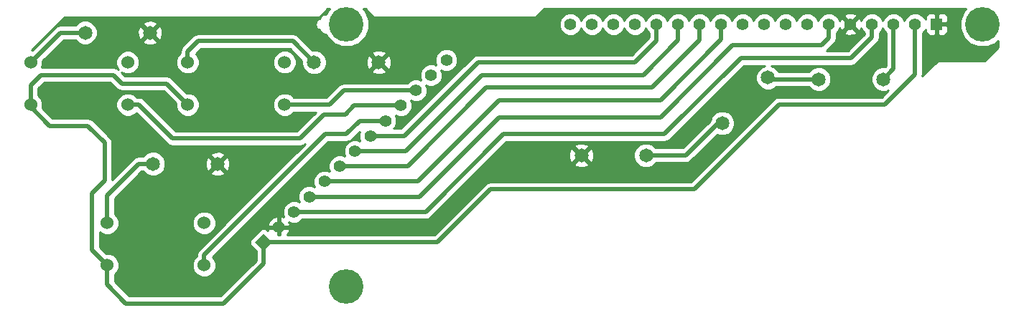
<source format=gtl>
G04 (created by PCBNEW (2013-07-07 BZR 4022)-stable) date 22/01/2014 11:53:34*
%MOIN*%
G04 Gerber Fmt 3.4, Leading zero omitted, Abs format*
%FSLAX34Y34*%
G01*
G70*
G90*
G04 APERTURE LIST*
%ADD10C,0.00590551*%
%ADD11R,0.055X0.055*%
%ADD12C,0.055*%
%ADD13C,0.06*%
%ADD14C,0.065*%
%ADD15C,0.16*%
%ADD16C,0.019685*%
%ADD17C,0.01*%
G04 APERTURE END LIST*
G54D10*
G54D11*
X102791Y-47047D03*
G54D12*
X101791Y-47047D03*
X100791Y-47047D03*
X99791Y-47047D03*
X98791Y-47047D03*
X97791Y-47047D03*
X96791Y-47047D03*
X95791Y-47047D03*
X94791Y-47047D03*
X93791Y-47047D03*
X92791Y-47047D03*
X91791Y-47047D03*
X90791Y-47047D03*
X89791Y-47047D03*
X88791Y-47047D03*
X87791Y-47047D03*
X86791Y-47047D03*
X85791Y-47047D03*
G54D10*
G36*
X71544Y-57584D02*
X71155Y-57195D01*
X71544Y-56806D01*
X71933Y-57195D01*
X71544Y-57584D01*
X71544Y-57584D01*
G37*
G54D12*
X72251Y-56488D03*
X72958Y-55781D03*
X73666Y-55074D03*
X74373Y-54366D03*
X75080Y-53659D03*
X75787Y-52952D03*
X76494Y-52245D03*
X77201Y-51538D03*
X77908Y-50831D03*
X78615Y-50124D03*
X79322Y-49417D03*
X80030Y-48710D03*
G54D13*
X68025Y-48818D03*
X72525Y-48818D03*
X68025Y-50787D03*
X72525Y-50787D03*
X60742Y-48818D03*
X65242Y-48818D03*
X60742Y-50787D03*
X65242Y-50787D03*
X64285Y-58267D03*
X68785Y-58267D03*
X64285Y-56299D03*
X68785Y-56299D03*
G54D14*
X89295Y-53149D03*
X86295Y-53149D03*
X94958Y-49529D03*
X92836Y-51651D03*
X100318Y-49606D03*
X97318Y-49606D03*
X76893Y-48818D03*
X73893Y-48818D03*
X66263Y-47440D03*
X63263Y-47440D03*
X69413Y-53543D03*
X66413Y-53543D03*
G54D15*
X75393Y-47047D03*
X104921Y-47047D03*
X75393Y-59251D03*
G54D16*
X101791Y-47047D02*
X101791Y-49389D01*
X79615Y-57195D02*
X71544Y-57195D01*
X82086Y-54724D02*
X79615Y-57195D01*
X91535Y-54724D02*
X82086Y-54724D01*
X95472Y-50787D02*
X91535Y-54724D01*
X100393Y-50787D02*
X95472Y-50787D01*
X101791Y-49389D02*
X100393Y-50787D01*
X60742Y-50787D02*
X60742Y-49887D01*
X67041Y-49803D02*
X68025Y-50787D01*
X64960Y-49803D02*
X67041Y-49803D01*
X64566Y-49409D02*
X64960Y-49803D01*
X61220Y-49409D02*
X64566Y-49409D01*
X60742Y-49887D02*
X61220Y-49409D01*
X64285Y-58267D02*
X64285Y-59167D01*
X71544Y-58179D02*
X71544Y-57195D01*
X69685Y-60039D02*
X71544Y-58179D01*
X65157Y-60039D02*
X69685Y-60039D01*
X64285Y-59167D02*
X65157Y-60039D01*
X60742Y-50787D02*
X60742Y-50899D01*
X63582Y-57564D02*
X64285Y-58267D01*
X63582Y-54921D02*
X63582Y-57564D01*
X64173Y-54330D02*
X63582Y-54921D01*
X64173Y-52559D02*
X64173Y-54330D01*
X63385Y-51771D02*
X64173Y-52559D01*
X61614Y-51771D02*
X63385Y-51771D01*
X60742Y-50899D02*
X61614Y-51771D01*
X97791Y-47047D02*
X97791Y-47681D01*
X78784Y-55074D02*
X73666Y-55074D01*
X82480Y-51377D02*
X78784Y-55074D01*
X89960Y-51377D02*
X82480Y-51377D01*
X93307Y-48031D02*
X89960Y-51377D01*
X97440Y-48031D02*
X93307Y-48031D01*
X97791Y-47681D02*
X97440Y-48031D01*
X89791Y-47047D02*
X89791Y-47807D01*
X78069Y-52245D02*
X76494Y-52245D01*
X81496Y-48818D02*
X78069Y-52245D01*
X88779Y-48818D02*
X81496Y-48818D01*
X89791Y-47807D02*
X88779Y-48818D01*
X90791Y-47047D02*
X90791Y-47791D01*
X78149Y-52952D02*
X75787Y-52952D01*
X81692Y-49409D02*
X78149Y-52952D01*
X89173Y-49409D02*
X81692Y-49409D01*
X90791Y-47791D02*
X89173Y-49409D01*
X91791Y-47047D02*
X91791Y-47775D01*
X78229Y-53659D02*
X75080Y-53659D01*
X81889Y-50000D02*
X78229Y-53659D01*
X89566Y-50000D02*
X81889Y-50000D01*
X91791Y-47775D02*
X89566Y-50000D01*
X92791Y-47047D02*
X92791Y-47759D01*
X78703Y-54366D02*
X74373Y-54366D01*
X82480Y-50590D02*
X78703Y-54366D01*
X89960Y-50590D02*
X82480Y-50590D01*
X92791Y-47759D02*
X89960Y-50590D01*
X72525Y-50787D02*
X74606Y-50787D01*
X75269Y-50124D02*
X78615Y-50124D01*
X74606Y-50787D02*
X75269Y-50124D01*
X99791Y-47047D02*
X99791Y-47649D01*
X79061Y-55781D02*
X72958Y-55781D01*
X82677Y-52165D02*
X79061Y-55781D01*
X90157Y-52165D02*
X82677Y-52165D01*
X93700Y-48622D02*
X90157Y-52165D01*
X98818Y-48622D02*
X93700Y-48622D01*
X99791Y-47649D02*
X98818Y-48622D01*
X68785Y-58267D02*
X68785Y-57789D01*
X76020Y-51538D02*
X77201Y-51538D01*
X75393Y-52165D02*
X76020Y-51538D01*
X74409Y-52165D02*
X75393Y-52165D01*
X68785Y-57789D02*
X74409Y-52165D01*
X65242Y-50787D02*
X65748Y-50787D01*
X75743Y-50831D02*
X77908Y-50831D01*
X75333Y-51241D02*
X75743Y-50831D01*
X74348Y-51241D02*
X75333Y-51241D01*
X73228Y-52362D02*
X74348Y-51241D01*
X67322Y-52362D02*
X73228Y-52362D01*
X65748Y-50787D02*
X67322Y-52362D01*
X100791Y-47047D02*
X100791Y-49133D01*
X100791Y-49133D02*
X100318Y-49606D01*
X92836Y-51651D02*
X92640Y-51651D01*
X91141Y-53149D02*
X89295Y-53149D01*
X92640Y-51651D02*
X91141Y-53149D01*
X68025Y-48818D02*
X68025Y-48312D01*
X72909Y-47834D02*
X73893Y-48818D01*
X68503Y-47834D02*
X72909Y-47834D01*
X68025Y-48312D02*
X68503Y-47834D01*
X63263Y-47440D02*
X62120Y-47440D01*
X62120Y-47440D02*
X60742Y-48818D01*
X97318Y-49606D02*
X95034Y-49606D01*
X95034Y-49606D02*
X94958Y-49529D01*
X66413Y-53543D02*
X65748Y-53543D01*
X64285Y-55005D02*
X64285Y-56299D01*
X65748Y-53543D02*
X64285Y-55005D01*
G54D10*
G36*
X105635Y-48116D02*
X105006Y-48746D01*
X103316Y-48746D01*
X103316Y-47272D01*
X103316Y-46821D01*
X103316Y-46722D01*
X103278Y-46630D01*
X103207Y-46560D01*
X103115Y-46522D01*
X102903Y-46522D01*
X102841Y-46584D01*
X102841Y-46997D01*
X103253Y-46997D01*
X103316Y-46934D01*
X103316Y-46821D01*
X103316Y-47272D01*
X103316Y-47159D01*
X103253Y-47097D01*
X102841Y-47097D01*
X102841Y-47509D01*
X102903Y-47572D01*
X103115Y-47572D01*
X103207Y-47534D01*
X103278Y-47464D01*
X103316Y-47372D01*
X103316Y-47272D01*
X103316Y-48746D01*
X102952Y-48746D01*
X102849Y-48766D01*
X102762Y-48825D01*
X102125Y-49461D01*
X102139Y-49389D01*
X102139Y-49389D01*
X102139Y-49389D01*
X102139Y-47441D01*
X102236Y-47345D01*
X102266Y-47272D01*
X102266Y-47272D01*
X102266Y-47372D01*
X102304Y-47464D01*
X102374Y-47534D01*
X102466Y-47572D01*
X102678Y-47572D01*
X102741Y-47509D01*
X102741Y-47097D01*
X102733Y-47097D01*
X102733Y-46997D01*
X102741Y-46997D01*
X102741Y-46584D01*
X102678Y-46522D01*
X102466Y-46522D01*
X102374Y-46560D01*
X102304Y-46630D01*
X102266Y-46722D01*
X102266Y-46821D01*
X102266Y-46821D01*
X102236Y-46750D01*
X102089Y-46602D01*
X101896Y-46522D01*
X101687Y-46522D01*
X101494Y-46601D01*
X101346Y-46749D01*
X101291Y-46882D01*
X101236Y-46750D01*
X101089Y-46602D01*
X100896Y-46522D01*
X100687Y-46522D01*
X100494Y-46601D01*
X100346Y-46749D01*
X100291Y-46882D01*
X100236Y-46750D01*
X100089Y-46602D01*
X99896Y-46522D01*
X99687Y-46522D01*
X99494Y-46601D01*
X99346Y-46749D01*
X99293Y-46876D01*
X99251Y-46774D01*
X99159Y-46750D01*
X99088Y-46820D01*
X99088Y-46679D01*
X99064Y-46586D01*
X98867Y-46517D01*
X98658Y-46528D01*
X98518Y-46586D01*
X98494Y-46679D01*
X98791Y-46976D01*
X99088Y-46679D01*
X99088Y-46820D01*
X98862Y-47047D01*
X99159Y-47344D01*
X99251Y-47320D01*
X99290Y-47210D01*
X99346Y-47344D01*
X99442Y-47441D01*
X99442Y-47505D01*
X99088Y-47859D01*
X99088Y-47415D01*
X98791Y-47117D01*
X98494Y-47415D01*
X98518Y-47507D01*
X98715Y-47577D01*
X98924Y-47565D01*
X99064Y-47507D01*
X99088Y-47415D01*
X99088Y-47859D01*
X98674Y-48273D01*
X97691Y-48273D01*
X98037Y-47927D01*
X98037Y-47927D01*
X98037Y-47927D01*
X98113Y-47814D01*
X98113Y-47814D01*
X98117Y-47792D01*
X98139Y-47681D01*
X98139Y-47681D01*
X98139Y-47681D01*
X98139Y-47441D01*
X98236Y-47345D01*
X98288Y-47218D01*
X98330Y-47320D01*
X98423Y-47344D01*
X98720Y-47047D01*
X98423Y-46750D01*
X98330Y-46774D01*
X98292Y-46884D01*
X98236Y-46750D01*
X98089Y-46602D01*
X97896Y-46522D01*
X97687Y-46522D01*
X97494Y-46601D01*
X97346Y-46749D01*
X97291Y-46882D01*
X97236Y-46750D01*
X97089Y-46602D01*
X96896Y-46522D01*
X96687Y-46522D01*
X96494Y-46601D01*
X96346Y-46749D01*
X96291Y-46882D01*
X96236Y-46750D01*
X96089Y-46602D01*
X95896Y-46522D01*
X95687Y-46522D01*
X95494Y-46601D01*
X95346Y-46749D01*
X95291Y-46882D01*
X95236Y-46750D01*
X95089Y-46602D01*
X94896Y-46522D01*
X94687Y-46522D01*
X94494Y-46601D01*
X94346Y-46749D01*
X94291Y-46882D01*
X94236Y-46750D01*
X94089Y-46602D01*
X93896Y-46522D01*
X93687Y-46522D01*
X93494Y-46601D01*
X93346Y-46749D01*
X93291Y-46882D01*
X93236Y-46750D01*
X93089Y-46602D01*
X92896Y-46522D01*
X92687Y-46522D01*
X92494Y-46601D01*
X92346Y-46749D01*
X92291Y-46882D01*
X92236Y-46750D01*
X92089Y-46602D01*
X91896Y-46522D01*
X91687Y-46522D01*
X91494Y-46601D01*
X91346Y-46749D01*
X91291Y-46882D01*
X91236Y-46750D01*
X91089Y-46602D01*
X90896Y-46522D01*
X90687Y-46522D01*
X90494Y-46601D01*
X90346Y-46749D01*
X90291Y-46882D01*
X90236Y-46750D01*
X90089Y-46602D01*
X89896Y-46522D01*
X89687Y-46522D01*
X89494Y-46601D01*
X89346Y-46749D01*
X89291Y-46882D01*
X89236Y-46750D01*
X89089Y-46602D01*
X88896Y-46522D01*
X88687Y-46522D01*
X88494Y-46601D01*
X88346Y-46749D01*
X88291Y-46882D01*
X88236Y-46750D01*
X88089Y-46602D01*
X87896Y-46522D01*
X87687Y-46522D01*
X87494Y-46601D01*
X87346Y-46749D01*
X87291Y-46882D01*
X87236Y-46750D01*
X87089Y-46602D01*
X86896Y-46522D01*
X86687Y-46522D01*
X86494Y-46601D01*
X86346Y-46749D01*
X86291Y-46882D01*
X86236Y-46750D01*
X86089Y-46602D01*
X85896Y-46522D01*
X85687Y-46522D01*
X85494Y-46601D01*
X85346Y-46749D01*
X85266Y-46942D01*
X85266Y-47151D01*
X85346Y-47344D01*
X85493Y-47492D01*
X85686Y-47572D01*
X85895Y-47572D01*
X86088Y-47492D01*
X86236Y-47345D01*
X86291Y-47212D01*
X86346Y-47344D01*
X86493Y-47492D01*
X86686Y-47572D01*
X86895Y-47572D01*
X87088Y-47492D01*
X87236Y-47345D01*
X87291Y-47212D01*
X87346Y-47344D01*
X87493Y-47492D01*
X87686Y-47572D01*
X87895Y-47572D01*
X88088Y-47492D01*
X88236Y-47345D01*
X88291Y-47212D01*
X88346Y-47344D01*
X88493Y-47492D01*
X88686Y-47572D01*
X88895Y-47572D01*
X89088Y-47492D01*
X89236Y-47345D01*
X89291Y-47212D01*
X89346Y-47344D01*
X89442Y-47441D01*
X89442Y-47662D01*
X88635Y-48470D01*
X81496Y-48470D01*
X81496Y-48470D01*
X81362Y-48496D01*
X81249Y-48572D01*
X81249Y-48572D01*
X77924Y-51897D01*
X77585Y-51897D01*
X77646Y-51836D01*
X77726Y-51643D01*
X77726Y-51434D01*
X77671Y-51301D01*
X77803Y-51356D01*
X78012Y-51356D01*
X78205Y-51276D01*
X78353Y-51129D01*
X78433Y-50936D01*
X78433Y-50727D01*
X78378Y-50594D01*
X78510Y-50649D01*
X78719Y-50649D01*
X78912Y-50569D01*
X79060Y-50422D01*
X79140Y-50229D01*
X79140Y-50020D01*
X79085Y-49887D01*
X79218Y-49942D01*
X79426Y-49942D01*
X79619Y-49862D01*
X79767Y-49714D01*
X79847Y-49522D01*
X79848Y-49313D01*
X79793Y-49180D01*
X79925Y-49235D01*
X80134Y-49235D01*
X80327Y-49155D01*
X80474Y-49007D01*
X80554Y-48815D01*
X80555Y-48606D01*
X80475Y-48413D01*
X80327Y-48265D01*
X80134Y-48185D01*
X79926Y-48185D01*
X79733Y-48264D01*
X79585Y-48412D01*
X79505Y-48605D01*
X79504Y-48814D01*
X79559Y-48947D01*
X79427Y-48892D01*
X79218Y-48892D01*
X79025Y-48971D01*
X78878Y-49119D01*
X78798Y-49312D01*
X78797Y-49521D01*
X78852Y-49654D01*
X78720Y-49599D01*
X78511Y-49599D01*
X78318Y-49678D01*
X78221Y-49775D01*
X77473Y-49775D01*
X77473Y-48906D01*
X77462Y-48678D01*
X77395Y-48516D01*
X77297Y-48485D01*
X77227Y-48556D01*
X77227Y-48414D01*
X77196Y-48316D01*
X76981Y-48239D01*
X76752Y-48249D01*
X76590Y-48316D01*
X76560Y-48414D01*
X76893Y-48748D01*
X77227Y-48414D01*
X77227Y-48556D01*
X76964Y-48818D01*
X77297Y-49152D01*
X77395Y-49121D01*
X77473Y-48906D01*
X77473Y-49775D01*
X77227Y-49775D01*
X77227Y-49222D01*
X76893Y-48889D01*
X76822Y-48960D01*
X76822Y-48818D01*
X76489Y-48485D01*
X76391Y-48516D01*
X76314Y-48731D01*
X76324Y-48959D01*
X76391Y-49121D01*
X76489Y-49152D01*
X76822Y-48818D01*
X76822Y-48960D01*
X76560Y-49222D01*
X76590Y-49320D01*
X76805Y-49398D01*
X77034Y-49388D01*
X77196Y-49320D01*
X77227Y-49222D01*
X77227Y-49775D01*
X75269Y-49775D01*
X75136Y-49802D01*
X75022Y-49877D01*
X75022Y-49877D01*
X74468Y-50432D01*
X74468Y-48705D01*
X74381Y-48493D01*
X74219Y-48331D01*
X74008Y-48243D01*
X73811Y-48243D01*
X73155Y-47588D01*
X73042Y-47512D01*
X73020Y-47508D01*
X72909Y-47486D01*
X72909Y-47486D01*
X68503Y-47486D01*
X68370Y-47512D01*
X68257Y-47588D01*
X68257Y-47588D01*
X67779Y-48066D01*
X67703Y-48179D01*
X67699Y-48201D01*
X67677Y-48312D01*
X67677Y-48312D01*
X67677Y-48389D01*
X67559Y-48506D01*
X67475Y-48709D01*
X67475Y-48927D01*
X67559Y-49130D01*
X67713Y-49284D01*
X67915Y-49368D01*
X68134Y-49368D01*
X68336Y-49285D01*
X68491Y-49130D01*
X68575Y-48928D01*
X68575Y-48709D01*
X68492Y-48507D01*
X68407Y-48423D01*
X68648Y-48183D01*
X72765Y-48183D01*
X73318Y-48736D01*
X73318Y-48932D01*
X73405Y-49144D01*
X73567Y-49306D01*
X73778Y-49393D01*
X74007Y-49393D01*
X74218Y-49306D01*
X74380Y-49145D01*
X74468Y-48933D01*
X74468Y-48705D01*
X74468Y-50432D01*
X74461Y-50438D01*
X73075Y-50438D01*
X73075Y-48709D01*
X72992Y-48507D01*
X72837Y-48352D01*
X72635Y-48268D01*
X72416Y-48268D01*
X72214Y-48352D01*
X72059Y-48506D01*
X71975Y-48709D01*
X71975Y-48927D01*
X72059Y-49130D01*
X72213Y-49284D01*
X72415Y-49368D01*
X72634Y-49368D01*
X72836Y-49285D01*
X72991Y-49130D01*
X73075Y-48928D01*
X73075Y-48709D01*
X73075Y-50438D01*
X72954Y-50438D01*
X72837Y-50321D01*
X72635Y-50237D01*
X72416Y-50237D01*
X72214Y-50320D01*
X72059Y-50475D01*
X71975Y-50677D01*
X71975Y-50896D01*
X72059Y-51098D01*
X72213Y-51253D01*
X72415Y-51337D01*
X72634Y-51337D01*
X72836Y-51253D01*
X72955Y-51135D01*
X73961Y-51135D01*
X73084Y-52013D01*
X67467Y-52013D01*
X65994Y-50541D01*
X65881Y-50465D01*
X65859Y-50461D01*
X65748Y-50438D01*
X65748Y-50438D01*
X65671Y-50438D01*
X65554Y-50321D01*
X65352Y-50237D01*
X65133Y-50237D01*
X64930Y-50320D01*
X64776Y-50475D01*
X64692Y-50677D01*
X64692Y-50896D01*
X64775Y-51098D01*
X64930Y-51253D01*
X65132Y-51337D01*
X65351Y-51337D01*
X65553Y-51253D01*
X65637Y-51169D01*
X67076Y-52608D01*
X67076Y-52608D01*
X67189Y-52684D01*
X67322Y-52710D01*
X67322Y-52710D01*
X67322Y-52710D01*
X73228Y-52710D01*
X73228Y-52710D01*
X73228Y-52710D01*
X73339Y-52688D01*
X73361Y-52684D01*
X73361Y-52684D01*
X73470Y-52611D01*
X69993Y-56089D01*
X69993Y-53631D01*
X69982Y-53402D01*
X69915Y-53240D01*
X69817Y-53209D01*
X69746Y-53280D01*
X69746Y-53139D01*
X69716Y-53041D01*
X69501Y-52963D01*
X69272Y-52974D01*
X69110Y-53041D01*
X69080Y-53139D01*
X69413Y-53472D01*
X69746Y-53139D01*
X69746Y-53280D01*
X69484Y-53543D01*
X69817Y-53876D01*
X69915Y-53846D01*
X69993Y-53631D01*
X69993Y-56089D01*
X69746Y-56335D01*
X69746Y-53947D01*
X69413Y-53614D01*
X69342Y-53684D01*
X69342Y-53543D01*
X69009Y-53209D01*
X68911Y-53240D01*
X68833Y-53455D01*
X68844Y-53684D01*
X68911Y-53846D01*
X69009Y-53876D01*
X69342Y-53543D01*
X69342Y-53684D01*
X69080Y-53947D01*
X69110Y-54045D01*
X69325Y-54122D01*
X69554Y-54112D01*
X69716Y-54045D01*
X69746Y-53947D01*
X69746Y-56335D01*
X69335Y-56746D01*
X69335Y-56190D01*
X69251Y-55988D01*
X69097Y-55833D01*
X68895Y-55749D01*
X68676Y-55749D01*
X68474Y-55832D01*
X68319Y-55987D01*
X68235Y-56189D01*
X68235Y-56408D01*
X68318Y-56610D01*
X68473Y-56765D01*
X68675Y-56849D01*
X68894Y-56849D01*
X69096Y-56765D01*
X69251Y-56611D01*
X69335Y-56409D01*
X69335Y-56190D01*
X69335Y-56746D01*
X68539Y-57542D01*
X68463Y-57656D01*
X68459Y-57678D01*
X68437Y-57789D01*
X68437Y-57789D01*
X68437Y-57838D01*
X68319Y-57955D01*
X68235Y-58157D01*
X68235Y-58376D01*
X68318Y-58578D01*
X68473Y-58733D01*
X68675Y-58817D01*
X68894Y-58817D01*
X69096Y-58734D01*
X69251Y-58579D01*
X69335Y-58377D01*
X69335Y-58158D01*
X69251Y-57956D01*
X69181Y-57886D01*
X74553Y-52513D01*
X75393Y-52513D01*
X75393Y-52513D01*
X75393Y-52513D01*
X75504Y-52491D01*
X75527Y-52487D01*
X75527Y-52487D01*
X75640Y-52411D01*
X76011Y-52040D01*
X75969Y-52140D01*
X75969Y-52349D01*
X76024Y-52482D01*
X75892Y-52427D01*
X75683Y-52427D01*
X75490Y-52507D01*
X75342Y-52654D01*
X75262Y-52847D01*
X75262Y-53056D01*
X75317Y-53189D01*
X75185Y-53134D01*
X74976Y-53134D01*
X74783Y-53214D01*
X74635Y-53362D01*
X74555Y-53554D01*
X74555Y-53763D01*
X74610Y-53896D01*
X74478Y-53842D01*
X74269Y-53841D01*
X74076Y-53921D01*
X73928Y-54069D01*
X73848Y-54262D01*
X73848Y-54470D01*
X73903Y-54604D01*
X73770Y-54549D01*
X73562Y-54548D01*
X73369Y-54628D01*
X73221Y-54776D01*
X73141Y-54969D01*
X73140Y-55178D01*
X73195Y-55311D01*
X73063Y-55256D01*
X72855Y-55256D01*
X72661Y-55335D01*
X72514Y-55483D01*
X72434Y-55676D01*
X72433Y-55885D01*
X72486Y-56011D01*
X72384Y-55969D01*
X72301Y-56018D01*
X72301Y-56367D01*
X72257Y-56412D01*
X72328Y-56482D01*
X72372Y-56438D01*
X72722Y-56438D01*
X72770Y-56355D01*
X72720Y-56250D01*
X72854Y-56306D01*
X73062Y-56306D01*
X73255Y-56226D01*
X73353Y-56129D01*
X79061Y-56129D01*
X79061Y-56129D01*
X79061Y-56129D01*
X79172Y-56107D01*
X79194Y-56103D01*
X79194Y-56103D01*
X79307Y-56027D01*
X82821Y-52513D01*
X90157Y-52513D01*
X90157Y-52513D01*
X90157Y-52513D01*
X90268Y-52491D01*
X90290Y-52487D01*
X90290Y-52487D01*
X90403Y-52411D01*
X93845Y-48970D01*
X94806Y-48970D01*
X94633Y-49042D01*
X94471Y-49203D01*
X94383Y-49415D01*
X94383Y-49643D01*
X94470Y-49855D01*
X94632Y-50017D01*
X94843Y-50104D01*
X95072Y-50104D01*
X95283Y-50017D01*
X95346Y-49954D01*
X96854Y-49954D01*
X96992Y-50093D01*
X97204Y-50181D01*
X97432Y-50181D01*
X97644Y-50094D01*
X97806Y-49932D01*
X97893Y-49721D01*
X97893Y-49492D01*
X97806Y-49281D01*
X97645Y-49119D01*
X97433Y-49031D01*
X97205Y-49031D01*
X96993Y-49118D01*
X96854Y-49257D01*
X95468Y-49257D01*
X95446Y-49204D01*
X95284Y-49042D01*
X95110Y-48970D01*
X98818Y-48970D01*
X98818Y-48970D01*
X98818Y-48970D01*
X98930Y-48948D01*
X98952Y-48943D01*
X98952Y-48943D01*
X99065Y-48868D01*
X100037Y-47895D01*
X100037Y-47895D01*
X100037Y-47895D01*
X100113Y-47782D01*
X100139Y-47649D01*
X100139Y-47441D01*
X100236Y-47345D01*
X100291Y-47212D01*
X100346Y-47344D01*
X100442Y-47441D01*
X100442Y-48989D01*
X100401Y-49031D01*
X100205Y-49031D01*
X99993Y-49118D01*
X99831Y-49280D01*
X99743Y-49491D01*
X99743Y-49720D01*
X99831Y-49931D01*
X99992Y-50093D01*
X100204Y-50181D01*
X100432Y-50181D01*
X100559Y-50129D01*
X100249Y-50438D01*
X95472Y-50438D01*
X95339Y-50465D01*
X95226Y-50541D01*
X95226Y-50541D01*
X93412Y-52355D01*
X93412Y-51537D01*
X93324Y-51325D01*
X93163Y-51164D01*
X92951Y-51076D01*
X92723Y-51076D01*
X92511Y-51163D01*
X92349Y-51325D01*
X92262Y-51536D01*
X92262Y-51536D01*
X90997Y-52801D01*
X89759Y-52801D01*
X89621Y-52662D01*
X89410Y-52574D01*
X89181Y-52574D01*
X88969Y-52661D01*
X88808Y-52823D01*
X88720Y-53034D01*
X88720Y-53263D01*
X88807Y-53474D01*
X88969Y-53636D01*
X89180Y-53724D01*
X89409Y-53724D01*
X89620Y-53637D01*
X89760Y-53498D01*
X91141Y-53498D01*
X91141Y-53498D01*
X91141Y-53498D01*
X91252Y-53475D01*
X91275Y-53471D01*
X91275Y-53471D01*
X91388Y-53395D01*
X92606Y-52177D01*
X92722Y-52226D01*
X92950Y-52226D01*
X93162Y-52138D01*
X93324Y-51977D01*
X93411Y-51766D01*
X93412Y-51537D01*
X93412Y-52355D01*
X91391Y-54375D01*
X86874Y-54375D01*
X86874Y-53237D01*
X86864Y-53008D01*
X86797Y-52846D01*
X86699Y-52816D01*
X86628Y-52887D01*
X86628Y-52745D01*
X86598Y-52647D01*
X86383Y-52569D01*
X86154Y-52580D01*
X85992Y-52647D01*
X85961Y-52745D01*
X86295Y-53078D01*
X86628Y-52745D01*
X86628Y-52887D01*
X86365Y-53149D01*
X86699Y-53482D01*
X86797Y-53452D01*
X86874Y-53237D01*
X86874Y-54375D01*
X86628Y-54375D01*
X86628Y-53553D01*
X86295Y-53220D01*
X86224Y-53291D01*
X86224Y-53149D01*
X85891Y-52816D01*
X85793Y-52846D01*
X85715Y-53061D01*
X85726Y-53290D01*
X85793Y-53452D01*
X85891Y-53482D01*
X86224Y-53149D01*
X86224Y-53291D01*
X85961Y-53553D01*
X85992Y-53651D01*
X86207Y-53729D01*
X86436Y-53718D01*
X86598Y-53651D01*
X86628Y-53553D01*
X86628Y-54375D01*
X82086Y-54375D01*
X81953Y-54402D01*
X81840Y-54478D01*
X81840Y-54478D01*
X79471Y-56846D01*
X72648Y-56846D01*
X72665Y-56830D01*
X72657Y-56822D01*
X72712Y-56761D01*
X72770Y-56621D01*
X72722Y-56538D01*
X72372Y-56538D01*
X72328Y-56493D01*
X72257Y-56564D01*
X72301Y-56609D01*
X72301Y-56846D01*
X72201Y-56846D01*
X72201Y-56609D01*
X72246Y-56564D01*
X72201Y-56520D01*
X72201Y-56438D01*
X72201Y-56018D01*
X72119Y-55969D01*
X71930Y-56060D01*
X71791Y-56215D01*
X71733Y-56355D01*
X71781Y-56438D01*
X72201Y-56438D01*
X72201Y-56520D01*
X72175Y-56493D01*
X72131Y-56538D01*
X71781Y-56538D01*
X71733Y-56621D01*
X71752Y-56660D01*
X71686Y-56594D01*
X71594Y-56556D01*
X71495Y-56556D01*
X71403Y-56594D01*
X71332Y-56664D01*
X70944Y-57053D01*
X70905Y-57145D01*
X70905Y-57244D01*
X70943Y-57336D01*
X71014Y-57407D01*
X71196Y-57589D01*
X71196Y-58035D01*
X69540Y-59690D01*
X65301Y-59690D01*
X64633Y-59023D01*
X64633Y-58697D01*
X64751Y-58579D01*
X64835Y-58377D01*
X64835Y-58158D01*
X64751Y-57956D01*
X64597Y-57801D01*
X64395Y-57717D01*
X64228Y-57717D01*
X63931Y-57420D01*
X63931Y-56722D01*
X63973Y-56765D01*
X64175Y-56849D01*
X64394Y-56849D01*
X64596Y-56765D01*
X64751Y-56611D01*
X64835Y-56409D01*
X64835Y-56190D01*
X64751Y-55988D01*
X64633Y-55869D01*
X64633Y-55150D01*
X65892Y-53891D01*
X65948Y-53891D01*
X66087Y-54030D01*
X66298Y-54118D01*
X66527Y-54118D01*
X66738Y-54031D01*
X66900Y-53869D01*
X66988Y-53658D01*
X66988Y-53429D01*
X66901Y-53218D01*
X66739Y-53056D01*
X66528Y-52968D01*
X66299Y-52968D01*
X66088Y-53055D01*
X65948Y-53194D01*
X65748Y-53194D01*
X65614Y-53221D01*
X65501Y-53296D01*
X65501Y-53296D01*
X64521Y-54276D01*
X64521Y-52559D01*
X64521Y-52559D01*
X64521Y-52559D01*
X64495Y-52425D01*
X64419Y-52312D01*
X64419Y-52312D01*
X63632Y-51525D01*
X63519Y-51449D01*
X63497Y-51445D01*
X63385Y-51423D01*
X63385Y-51423D01*
X61758Y-51423D01*
X61274Y-50939D01*
X61292Y-50897D01*
X61292Y-50678D01*
X61208Y-50476D01*
X61090Y-50357D01*
X61090Y-50032D01*
X61364Y-49757D01*
X64422Y-49757D01*
X64714Y-50049D01*
X64714Y-50049D01*
X64827Y-50125D01*
X64960Y-50151D01*
X66897Y-50151D01*
X67475Y-50730D01*
X67475Y-50896D01*
X67559Y-51098D01*
X67713Y-51253D01*
X67915Y-51337D01*
X68134Y-51337D01*
X68336Y-51253D01*
X68491Y-51099D01*
X68575Y-50897D01*
X68575Y-50678D01*
X68492Y-50476D01*
X68337Y-50321D01*
X68135Y-50237D01*
X67968Y-50237D01*
X67287Y-49556D01*
X67174Y-49481D01*
X67152Y-49476D01*
X67041Y-49454D01*
X67041Y-49454D01*
X66843Y-49454D01*
X66843Y-47528D01*
X66832Y-47300D01*
X66765Y-47138D01*
X66667Y-47107D01*
X66597Y-47178D01*
X66597Y-47036D01*
X66566Y-46938D01*
X66351Y-46861D01*
X66123Y-46871D01*
X65960Y-46938D01*
X65930Y-47036D01*
X66263Y-47370D01*
X66597Y-47036D01*
X66597Y-47178D01*
X66334Y-47440D01*
X66667Y-47774D01*
X66765Y-47743D01*
X66843Y-47528D01*
X66843Y-49454D01*
X66597Y-49454D01*
X66597Y-47844D01*
X66263Y-47511D01*
X66193Y-47582D01*
X66193Y-47440D01*
X65859Y-47107D01*
X65761Y-47138D01*
X65684Y-47353D01*
X65694Y-47581D01*
X65761Y-47743D01*
X65859Y-47774D01*
X66193Y-47440D01*
X66193Y-47582D01*
X65930Y-47844D01*
X65960Y-47942D01*
X66176Y-48020D01*
X66404Y-48010D01*
X66566Y-47942D01*
X66597Y-47844D01*
X66597Y-49454D01*
X65104Y-49454D01*
X64938Y-49288D01*
X65132Y-49368D01*
X65351Y-49368D01*
X65553Y-49285D01*
X65708Y-49130D01*
X65792Y-48928D01*
X65792Y-48709D01*
X65708Y-48507D01*
X65554Y-48352D01*
X65352Y-48268D01*
X65133Y-48268D01*
X64930Y-48352D01*
X64776Y-48506D01*
X64692Y-48709D01*
X64692Y-48927D01*
X64775Y-49130D01*
X64799Y-49153D01*
X64700Y-49087D01*
X64678Y-49083D01*
X64566Y-49061D01*
X64566Y-49061D01*
X61237Y-49061D01*
X61292Y-48928D01*
X61292Y-48761D01*
X62264Y-47789D01*
X62799Y-47789D01*
X62937Y-47928D01*
X63148Y-48015D01*
X63377Y-48016D01*
X63589Y-47928D01*
X63750Y-47767D01*
X63838Y-47555D01*
X63838Y-47327D01*
X63751Y-47115D01*
X63589Y-46953D01*
X63378Y-46866D01*
X63149Y-46865D01*
X62938Y-46953D01*
X62798Y-47092D01*
X62120Y-47092D01*
X61986Y-47119D01*
X61873Y-47194D01*
X61873Y-47194D01*
X60799Y-48268D01*
X60773Y-48268D01*
X62316Y-46726D01*
X73228Y-46726D01*
X74015Y-46726D01*
X74118Y-46705D01*
X74206Y-46647D01*
X74521Y-46332D01*
X74623Y-46332D01*
X74504Y-46451D01*
X74447Y-46588D01*
X74409Y-46580D01*
X74306Y-46601D01*
X74218Y-46659D01*
X74160Y-46747D01*
X74151Y-46789D01*
X74109Y-46798D01*
X74021Y-46856D01*
X73963Y-46944D01*
X73942Y-47047D01*
X73963Y-47150D01*
X74021Y-47237D01*
X74109Y-47296D01*
X74151Y-47304D01*
X74160Y-47347D01*
X74218Y-47434D01*
X74306Y-47493D01*
X74409Y-47513D01*
X74447Y-47506D01*
X74503Y-47641D01*
X74798Y-47936D01*
X75183Y-48097D01*
X75601Y-48097D01*
X75987Y-47937D01*
X76283Y-47642D01*
X76443Y-47257D01*
X76443Y-46839D01*
X76284Y-46453D01*
X76164Y-46332D01*
X76266Y-46332D01*
X76580Y-46647D01*
X76580Y-46647D01*
X76668Y-46705D01*
X76771Y-46726D01*
X84055Y-46726D01*
X84158Y-46705D01*
X84245Y-46647D01*
X84560Y-46332D01*
X104150Y-46332D01*
X104031Y-46451D01*
X103871Y-46837D01*
X103871Y-47255D01*
X104030Y-47641D01*
X104325Y-47936D01*
X104711Y-48097D01*
X105129Y-48097D01*
X105515Y-47937D01*
X105635Y-47817D01*
X105635Y-48116D01*
X105635Y-48116D01*
G37*
G54D17*
X105635Y-48116D02*
X105006Y-48746D01*
X103316Y-48746D01*
X103316Y-47272D01*
X103316Y-46821D01*
X103316Y-46722D01*
X103278Y-46630D01*
X103207Y-46560D01*
X103115Y-46522D01*
X102903Y-46522D01*
X102841Y-46584D01*
X102841Y-46997D01*
X103253Y-46997D01*
X103316Y-46934D01*
X103316Y-46821D01*
X103316Y-47272D01*
X103316Y-47159D01*
X103253Y-47097D01*
X102841Y-47097D01*
X102841Y-47509D01*
X102903Y-47572D01*
X103115Y-47572D01*
X103207Y-47534D01*
X103278Y-47464D01*
X103316Y-47372D01*
X103316Y-47272D01*
X103316Y-48746D01*
X102952Y-48746D01*
X102849Y-48766D01*
X102762Y-48825D01*
X102125Y-49461D01*
X102139Y-49389D01*
X102139Y-49389D01*
X102139Y-49389D01*
X102139Y-47441D01*
X102236Y-47345D01*
X102266Y-47272D01*
X102266Y-47272D01*
X102266Y-47372D01*
X102304Y-47464D01*
X102374Y-47534D01*
X102466Y-47572D01*
X102678Y-47572D01*
X102741Y-47509D01*
X102741Y-47097D01*
X102733Y-47097D01*
X102733Y-46997D01*
X102741Y-46997D01*
X102741Y-46584D01*
X102678Y-46522D01*
X102466Y-46522D01*
X102374Y-46560D01*
X102304Y-46630D01*
X102266Y-46722D01*
X102266Y-46821D01*
X102266Y-46821D01*
X102236Y-46750D01*
X102089Y-46602D01*
X101896Y-46522D01*
X101687Y-46522D01*
X101494Y-46601D01*
X101346Y-46749D01*
X101291Y-46882D01*
X101236Y-46750D01*
X101089Y-46602D01*
X100896Y-46522D01*
X100687Y-46522D01*
X100494Y-46601D01*
X100346Y-46749D01*
X100291Y-46882D01*
X100236Y-46750D01*
X100089Y-46602D01*
X99896Y-46522D01*
X99687Y-46522D01*
X99494Y-46601D01*
X99346Y-46749D01*
X99293Y-46876D01*
X99251Y-46774D01*
X99159Y-46750D01*
X99088Y-46820D01*
X99088Y-46679D01*
X99064Y-46586D01*
X98867Y-46517D01*
X98658Y-46528D01*
X98518Y-46586D01*
X98494Y-46679D01*
X98791Y-46976D01*
X99088Y-46679D01*
X99088Y-46820D01*
X98862Y-47047D01*
X99159Y-47344D01*
X99251Y-47320D01*
X99290Y-47210D01*
X99346Y-47344D01*
X99442Y-47441D01*
X99442Y-47505D01*
X99088Y-47859D01*
X99088Y-47415D01*
X98791Y-47117D01*
X98494Y-47415D01*
X98518Y-47507D01*
X98715Y-47577D01*
X98924Y-47565D01*
X99064Y-47507D01*
X99088Y-47415D01*
X99088Y-47859D01*
X98674Y-48273D01*
X97691Y-48273D01*
X98037Y-47927D01*
X98037Y-47927D01*
X98037Y-47927D01*
X98113Y-47814D01*
X98113Y-47814D01*
X98117Y-47792D01*
X98139Y-47681D01*
X98139Y-47681D01*
X98139Y-47681D01*
X98139Y-47441D01*
X98236Y-47345D01*
X98288Y-47218D01*
X98330Y-47320D01*
X98423Y-47344D01*
X98720Y-47047D01*
X98423Y-46750D01*
X98330Y-46774D01*
X98292Y-46884D01*
X98236Y-46750D01*
X98089Y-46602D01*
X97896Y-46522D01*
X97687Y-46522D01*
X97494Y-46601D01*
X97346Y-46749D01*
X97291Y-46882D01*
X97236Y-46750D01*
X97089Y-46602D01*
X96896Y-46522D01*
X96687Y-46522D01*
X96494Y-46601D01*
X96346Y-46749D01*
X96291Y-46882D01*
X96236Y-46750D01*
X96089Y-46602D01*
X95896Y-46522D01*
X95687Y-46522D01*
X95494Y-46601D01*
X95346Y-46749D01*
X95291Y-46882D01*
X95236Y-46750D01*
X95089Y-46602D01*
X94896Y-46522D01*
X94687Y-46522D01*
X94494Y-46601D01*
X94346Y-46749D01*
X94291Y-46882D01*
X94236Y-46750D01*
X94089Y-46602D01*
X93896Y-46522D01*
X93687Y-46522D01*
X93494Y-46601D01*
X93346Y-46749D01*
X93291Y-46882D01*
X93236Y-46750D01*
X93089Y-46602D01*
X92896Y-46522D01*
X92687Y-46522D01*
X92494Y-46601D01*
X92346Y-46749D01*
X92291Y-46882D01*
X92236Y-46750D01*
X92089Y-46602D01*
X91896Y-46522D01*
X91687Y-46522D01*
X91494Y-46601D01*
X91346Y-46749D01*
X91291Y-46882D01*
X91236Y-46750D01*
X91089Y-46602D01*
X90896Y-46522D01*
X90687Y-46522D01*
X90494Y-46601D01*
X90346Y-46749D01*
X90291Y-46882D01*
X90236Y-46750D01*
X90089Y-46602D01*
X89896Y-46522D01*
X89687Y-46522D01*
X89494Y-46601D01*
X89346Y-46749D01*
X89291Y-46882D01*
X89236Y-46750D01*
X89089Y-46602D01*
X88896Y-46522D01*
X88687Y-46522D01*
X88494Y-46601D01*
X88346Y-46749D01*
X88291Y-46882D01*
X88236Y-46750D01*
X88089Y-46602D01*
X87896Y-46522D01*
X87687Y-46522D01*
X87494Y-46601D01*
X87346Y-46749D01*
X87291Y-46882D01*
X87236Y-46750D01*
X87089Y-46602D01*
X86896Y-46522D01*
X86687Y-46522D01*
X86494Y-46601D01*
X86346Y-46749D01*
X86291Y-46882D01*
X86236Y-46750D01*
X86089Y-46602D01*
X85896Y-46522D01*
X85687Y-46522D01*
X85494Y-46601D01*
X85346Y-46749D01*
X85266Y-46942D01*
X85266Y-47151D01*
X85346Y-47344D01*
X85493Y-47492D01*
X85686Y-47572D01*
X85895Y-47572D01*
X86088Y-47492D01*
X86236Y-47345D01*
X86291Y-47212D01*
X86346Y-47344D01*
X86493Y-47492D01*
X86686Y-47572D01*
X86895Y-47572D01*
X87088Y-47492D01*
X87236Y-47345D01*
X87291Y-47212D01*
X87346Y-47344D01*
X87493Y-47492D01*
X87686Y-47572D01*
X87895Y-47572D01*
X88088Y-47492D01*
X88236Y-47345D01*
X88291Y-47212D01*
X88346Y-47344D01*
X88493Y-47492D01*
X88686Y-47572D01*
X88895Y-47572D01*
X89088Y-47492D01*
X89236Y-47345D01*
X89291Y-47212D01*
X89346Y-47344D01*
X89442Y-47441D01*
X89442Y-47662D01*
X88635Y-48470D01*
X81496Y-48470D01*
X81496Y-48470D01*
X81362Y-48496D01*
X81249Y-48572D01*
X81249Y-48572D01*
X77924Y-51897D01*
X77585Y-51897D01*
X77646Y-51836D01*
X77726Y-51643D01*
X77726Y-51434D01*
X77671Y-51301D01*
X77803Y-51356D01*
X78012Y-51356D01*
X78205Y-51276D01*
X78353Y-51129D01*
X78433Y-50936D01*
X78433Y-50727D01*
X78378Y-50594D01*
X78510Y-50649D01*
X78719Y-50649D01*
X78912Y-50569D01*
X79060Y-50422D01*
X79140Y-50229D01*
X79140Y-50020D01*
X79085Y-49887D01*
X79218Y-49942D01*
X79426Y-49942D01*
X79619Y-49862D01*
X79767Y-49714D01*
X79847Y-49522D01*
X79848Y-49313D01*
X79793Y-49180D01*
X79925Y-49235D01*
X80134Y-49235D01*
X80327Y-49155D01*
X80474Y-49007D01*
X80554Y-48815D01*
X80555Y-48606D01*
X80475Y-48413D01*
X80327Y-48265D01*
X80134Y-48185D01*
X79926Y-48185D01*
X79733Y-48264D01*
X79585Y-48412D01*
X79505Y-48605D01*
X79504Y-48814D01*
X79559Y-48947D01*
X79427Y-48892D01*
X79218Y-48892D01*
X79025Y-48971D01*
X78878Y-49119D01*
X78798Y-49312D01*
X78797Y-49521D01*
X78852Y-49654D01*
X78720Y-49599D01*
X78511Y-49599D01*
X78318Y-49678D01*
X78221Y-49775D01*
X77473Y-49775D01*
X77473Y-48906D01*
X77462Y-48678D01*
X77395Y-48516D01*
X77297Y-48485D01*
X77227Y-48556D01*
X77227Y-48414D01*
X77196Y-48316D01*
X76981Y-48239D01*
X76752Y-48249D01*
X76590Y-48316D01*
X76560Y-48414D01*
X76893Y-48748D01*
X77227Y-48414D01*
X77227Y-48556D01*
X76964Y-48818D01*
X77297Y-49152D01*
X77395Y-49121D01*
X77473Y-48906D01*
X77473Y-49775D01*
X77227Y-49775D01*
X77227Y-49222D01*
X76893Y-48889D01*
X76822Y-48960D01*
X76822Y-48818D01*
X76489Y-48485D01*
X76391Y-48516D01*
X76314Y-48731D01*
X76324Y-48959D01*
X76391Y-49121D01*
X76489Y-49152D01*
X76822Y-48818D01*
X76822Y-48960D01*
X76560Y-49222D01*
X76590Y-49320D01*
X76805Y-49398D01*
X77034Y-49388D01*
X77196Y-49320D01*
X77227Y-49222D01*
X77227Y-49775D01*
X75269Y-49775D01*
X75136Y-49802D01*
X75022Y-49877D01*
X75022Y-49877D01*
X74468Y-50432D01*
X74468Y-48705D01*
X74381Y-48493D01*
X74219Y-48331D01*
X74008Y-48243D01*
X73811Y-48243D01*
X73155Y-47588D01*
X73042Y-47512D01*
X73020Y-47508D01*
X72909Y-47486D01*
X72909Y-47486D01*
X68503Y-47486D01*
X68370Y-47512D01*
X68257Y-47588D01*
X68257Y-47588D01*
X67779Y-48066D01*
X67703Y-48179D01*
X67699Y-48201D01*
X67677Y-48312D01*
X67677Y-48312D01*
X67677Y-48389D01*
X67559Y-48506D01*
X67475Y-48709D01*
X67475Y-48927D01*
X67559Y-49130D01*
X67713Y-49284D01*
X67915Y-49368D01*
X68134Y-49368D01*
X68336Y-49285D01*
X68491Y-49130D01*
X68575Y-48928D01*
X68575Y-48709D01*
X68492Y-48507D01*
X68407Y-48423D01*
X68648Y-48183D01*
X72765Y-48183D01*
X73318Y-48736D01*
X73318Y-48932D01*
X73405Y-49144D01*
X73567Y-49306D01*
X73778Y-49393D01*
X74007Y-49393D01*
X74218Y-49306D01*
X74380Y-49145D01*
X74468Y-48933D01*
X74468Y-48705D01*
X74468Y-50432D01*
X74461Y-50438D01*
X73075Y-50438D01*
X73075Y-48709D01*
X72992Y-48507D01*
X72837Y-48352D01*
X72635Y-48268D01*
X72416Y-48268D01*
X72214Y-48352D01*
X72059Y-48506D01*
X71975Y-48709D01*
X71975Y-48927D01*
X72059Y-49130D01*
X72213Y-49284D01*
X72415Y-49368D01*
X72634Y-49368D01*
X72836Y-49285D01*
X72991Y-49130D01*
X73075Y-48928D01*
X73075Y-48709D01*
X73075Y-50438D01*
X72954Y-50438D01*
X72837Y-50321D01*
X72635Y-50237D01*
X72416Y-50237D01*
X72214Y-50320D01*
X72059Y-50475D01*
X71975Y-50677D01*
X71975Y-50896D01*
X72059Y-51098D01*
X72213Y-51253D01*
X72415Y-51337D01*
X72634Y-51337D01*
X72836Y-51253D01*
X72955Y-51135D01*
X73961Y-51135D01*
X73084Y-52013D01*
X67467Y-52013D01*
X65994Y-50541D01*
X65881Y-50465D01*
X65859Y-50461D01*
X65748Y-50438D01*
X65748Y-50438D01*
X65671Y-50438D01*
X65554Y-50321D01*
X65352Y-50237D01*
X65133Y-50237D01*
X64930Y-50320D01*
X64776Y-50475D01*
X64692Y-50677D01*
X64692Y-50896D01*
X64775Y-51098D01*
X64930Y-51253D01*
X65132Y-51337D01*
X65351Y-51337D01*
X65553Y-51253D01*
X65637Y-51169D01*
X67076Y-52608D01*
X67076Y-52608D01*
X67189Y-52684D01*
X67322Y-52710D01*
X67322Y-52710D01*
X67322Y-52710D01*
X73228Y-52710D01*
X73228Y-52710D01*
X73228Y-52710D01*
X73339Y-52688D01*
X73361Y-52684D01*
X73361Y-52684D01*
X73470Y-52611D01*
X69993Y-56089D01*
X69993Y-53631D01*
X69982Y-53402D01*
X69915Y-53240D01*
X69817Y-53209D01*
X69746Y-53280D01*
X69746Y-53139D01*
X69716Y-53041D01*
X69501Y-52963D01*
X69272Y-52974D01*
X69110Y-53041D01*
X69080Y-53139D01*
X69413Y-53472D01*
X69746Y-53139D01*
X69746Y-53280D01*
X69484Y-53543D01*
X69817Y-53876D01*
X69915Y-53846D01*
X69993Y-53631D01*
X69993Y-56089D01*
X69746Y-56335D01*
X69746Y-53947D01*
X69413Y-53614D01*
X69342Y-53684D01*
X69342Y-53543D01*
X69009Y-53209D01*
X68911Y-53240D01*
X68833Y-53455D01*
X68844Y-53684D01*
X68911Y-53846D01*
X69009Y-53876D01*
X69342Y-53543D01*
X69342Y-53684D01*
X69080Y-53947D01*
X69110Y-54045D01*
X69325Y-54122D01*
X69554Y-54112D01*
X69716Y-54045D01*
X69746Y-53947D01*
X69746Y-56335D01*
X69335Y-56746D01*
X69335Y-56190D01*
X69251Y-55988D01*
X69097Y-55833D01*
X68895Y-55749D01*
X68676Y-55749D01*
X68474Y-55832D01*
X68319Y-55987D01*
X68235Y-56189D01*
X68235Y-56408D01*
X68318Y-56610D01*
X68473Y-56765D01*
X68675Y-56849D01*
X68894Y-56849D01*
X69096Y-56765D01*
X69251Y-56611D01*
X69335Y-56409D01*
X69335Y-56190D01*
X69335Y-56746D01*
X68539Y-57542D01*
X68463Y-57656D01*
X68459Y-57678D01*
X68437Y-57789D01*
X68437Y-57789D01*
X68437Y-57838D01*
X68319Y-57955D01*
X68235Y-58157D01*
X68235Y-58376D01*
X68318Y-58578D01*
X68473Y-58733D01*
X68675Y-58817D01*
X68894Y-58817D01*
X69096Y-58734D01*
X69251Y-58579D01*
X69335Y-58377D01*
X69335Y-58158D01*
X69251Y-57956D01*
X69181Y-57886D01*
X74553Y-52513D01*
X75393Y-52513D01*
X75393Y-52513D01*
X75393Y-52513D01*
X75504Y-52491D01*
X75527Y-52487D01*
X75527Y-52487D01*
X75640Y-52411D01*
X76011Y-52040D01*
X75969Y-52140D01*
X75969Y-52349D01*
X76024Y-52482D01*
X75892Y-52427D01*
X75683Y-52427D01*
X75490Y-52507D01*
X75342Y-52654D01*
X75262Y-52847D01*
X75262Y-53056D01*
X75317Y-53189D01*
X75185Y-53134D01*
X74976Y-53134D01*
X74783Y-53214D01*
X74635Y-53362D01*
X74555Y-53554D01*
X74555Y-53763D01*
X74610Y-53896D01*
X74478Y-53842D01*
X74269Y-53841D01*
X74076Y-53921D01*
X73928Y-54069D01*
X73848Y-54262D01*
X73848Y-54470D01*
X73903Y-54604D01*
X73770Y-54549D01*
X73562Y-54548D01*
X73369Y-54628D01*
X73221Y-54776D01*
X73141Y-54969D01*
X73140Y-55178D01*
X73195Y-55311D01*
X73063Y-55256D01*
X72855Y-55256D01*
X72661Y-55335D01*
X72514Y-55483D01*
X72434Y-55676D01*
X72433Y-55885D01*
X72486Y-56011D01*
X72384Y-55969D01*
X72301Y-56018D01*
X72301Y-56367D01*
X72257Y-56412D01*
X72328Y-56482D01*
X72372Y-56438D01*
X72722Y-56438D01*
X72770Y-56355D01*
X72720Y-56250D01*
X72854Y-56306D01*
X73062Y-56306D01*
X73255Y-56226D01*
X73353Y-56129D01*
X79061Y-56129D01*
X79061Y-56129D01*
X79061Y-56129D01*
X79172Y-56107D01*
X79194Y-56103D01*
X79194Y-56103D01*
X79307Y-56027D01*
X82821Y-52513D01*
X90157Y-52513D01*
X90157Y-52513D01*
X90157Y-52513D01*
X90268Y-52491D01*
X90290Y-52487D01*
X90290Y-52487D01*
X90403Y-52411D01*
X93845Y-48970D01*
X94806Y-48970D01*
X94633Y-49042D01*
X94471Y-49203D01*
X94383Y-49415D01*
X94383Y-49643D01*
X94470Y-49855D01*
X94632Y-50017D01*
X94843Y-50104D01*
X95072Y-50104D01*
X95283Y-50017D01*
X95346Y-49954D01*
X96854Y-49954D01*
X96992Y-50093D01*
X97204Y-50181D01*
X97432Y-50181D01*
X97644Y-50094D01*
X97806Y-49932D01*
X97893Y-49721D01*
X97893Y-49492D01*
X97806Y-49281D01*
X97645Y-49119D01*
X97433Y-49031D01*
X97205Y-49031D01*
X96993Y-49118D01*
X96854Y-49257D01*
X95468Y-49257D01*
X95446Y-49204D01*
X95284Y-49042D01*
X95110Y-48970D01*
X98818Y-48970D01*
X98818Y-48970D01*
X98818Y-48970D01*
X98930Y-48948D01*
X98952Y-48943D01*
X98952Y-48943D01*
X99065Y-48868D01*
X100037Y-47895D01*
X100037Y-47895D01*
X100037Y-47895D01*
X100113Y-47782D01*
X100139Y-47649D01*
X100139Y-47441D01*
X100236Y-47345D01*
X100291Y-47212D01*
X100346Y-47344D01*
X100442Y-47441D01*
X100442Y-48989D01*
X100401Y-49031D01*
X100205Y-49031D01*
X99993Y-49118D01*
X99831Y-49280D01*
X99743Y-49491D01*
X99743Y-49720D01*
X99831Y-49931D01*
X99992Y-50093D01*
X100204Y-50181D01*
X100432Y-50181D01*
X100559Y-50129D01*
X100249Y-50438D01*
X95472Y-50438D01*
X95339Y-50465D01*
X95226Y-50541D01*
X95226Y-50541D01*
X93412Y-52355D01*
X93412Y-51537D01*
X93324Y-51325D01*
X93163Y-51164D01*
X92951Y-51076D01*
X92723Y-51076D01*
X92511Y-51163D01*
X92349Y-51325D01*
X92262Y-51536D01*
X92262Y-51536D01*
X90997Y-52801D01*
X89759Y-52801D01*
X89621Y-52662D01*
X89410Y-52574D01*
X89181Y-52574D01*
X88969Y-52661D01*
X88808Y-52823D01*
X88720Y-53034D01*
X88720Y-53263D01*
X88807Y-53474D01*
X88969Y-53636D01*
X89180Y-53724D01*
X89409Y-53724D01*
X89620Y-53637D01*
X89760Y-53498D01*
X91141Y-53498D01*
X91141Y-53498D01*
X91141Y-53498D01*
X91252Y-53475D01*
X91275Y-53471D01*
X91275Y-53471D01*
X91388Y-53395D01*
X92606Y-52177D01*
X92722Y-52226D01*
X92950Y-52226D01*
X93162Y-52138D01*
X93324Y-51977D01*
X93411Y-51766D01*
X93412Y-51537D01*
X93412Y-52355D01*
X91391Y-54375D01*
X86874Y-54375D01*
X86874Y-53237D01*
X86864Y-53008D01*
X86797Y-52846D01*
X86699Y-52816D01*
X86628Y-52887D01*
X86628Y-52745D01*
X86598Y-52647D01*
X86383Y-52569D01*
X86154Y-52580D01*
X85992Y-52647D01*
X85961Y-52745D01*
X86295Y-53078D01*
X86628Y-52745D01*
X86628Y-52887D01*
X86365Y-53149D01*
X86699Y-53482D01*
X86797Y-53452D01*
X86874Y-53237D01*
X86874Y-54375D01*
X86628Y-54375D01*
X86628Y-53553D01*
X86295Y-53220D01*
X86224Y-53291D01*
X86224Y-53149D01*
X85891Y-52816D01*
X85793Y-52846D01*
X85715Y-53061D01*
X85726Y-53290D01*
X85793Y-53452D01*
X85891Y-53482D01*
X86224Y-53149D01*
X86224Y-53291D01*
X85961Y-53553D01*
X85992Y-53651D01*
X86207Y-53729D01*
X86436Y-53718D01*
X86598Y-53651D01*
X86628Y-53553D01*
X86628Y-54375D01*
X82086Y-54375D01*
X81953Y-54402D01*
X81840Y-54478D01*
X81840Y-54478D01*
X79471Y-56846D01*
X72648Y-56846D01*
X72665Y-56830D01*
X72657Y-56822D01*
X72712Y-56761D01*
X72770Y-56621D01*
X72722Y-56538D01*
X72372Y-56538D01*
X72328Y-56493D01*
X72257Y-56564D01*
X72301Y-56609D01*
X72301Y-56846D01*
X72201Y-56846D01*
X72201Y-56609D01*
X72246Y-56564D01*
X72201Y-56520D01*
X72201Y-56438D01*
X72201Y-56018D01*
X72119Y-55969D01*
X71930Y-56060D01*
X71791Y-56215D01*
X71733Y-56355D01*
X71781Y-56438D01*
X72201Y-56438D01*
X72201Y-56520D01*
X72175Y-56493D01*
X72131Y-56538D01*
X71781Y-56538D01*
X71733Y-56621D01*
X71752Y-56660D01*
X71686Y-56594D01*
X71594Y-56556D01*
X71495Y-56556D01*
X71403Y-56594D01*
X71332Y-56664D01*
X70944Y-57053D01*
X70905Y-57145D01*
X70905Y-57244D01*
X70943Y-57336D01*
X71014Y-57407D01*
X71196Y-57589D01*
X71196Y-58035D01*
X69540Y-59690D01*
X65301Y-59690D01*
X64633Y-59023D01*
X64633Y-58697D01*
X64751Y-58579D01*
X64835Y-58377D01*
X64835Y-58158D01*
X64751Y-57956D01*
X64597Y-57801D01*
X64395Y-57717D01*
X64228Y-57717D01*
X63931Y-57420D01*
X63931Y-56722D01*
X63973Y-56765D01*
X64175Y-56849D01*
X64394Y-56849D01*
X64596Y-56765D01*
X64751Y-56611D01*
X64835Y-56409D01*
X64835Y-56190D01*
X64751Y-55988D01*
X64633Y-55869D01*
X64633Y-55150D01*
X65892Y-53891D01*
X65948Y-53891D01*
X66087Y-54030D01*
X66298Y-54118D01*
X66527Y-54118D01*
X66738Y-54031D01*
X66900Y-53869D01*
X66988Y-53658D01*
X66988Y-53429D01*
X66901Y-53218D01*
X66739Y-53056D01*
X66528Y-52968D01*
X66299Y-52968D01*
X66088Y-53055D01*
X65948Y-53194D01*
X65748Y-53194D01*
X65614Y-53221D01*
X65501Y-53296D01*
X65501Y-53296D01*
X64521Y-54276D01*
X64521Y-52559D01*
X64521Y-52559D01*
X64521Y-52559D01*
X64495Y-52425D01*
X64419Y-52312D01*
X64419Y-52312D01*
X63632Y-51525D01*
X63519Y-51449D01*
X63497Y-51445D01*
X63385Y-51423D01*
X63385Y-51423D01*
X61758Y-51423D01*
X61274Y-50939D01*
X61292Y-50897D01*
X61292Y-50678D01*
X61208Y-50476D01*
X61090Y-50357D01*
X61090Y-50032D01*
X61364Y-49757D01*
X64422Y-49757D01*
X64714Y-50049D01*
X64714Y-50049D01*
X64827Y-50125D01*
X64960Y-50151D01*
X66897Y-50151D01*
X67475Y-50730D01*
X67475Y-50896D01*
X67559Y-51098D01*
X67713Y-51253D01*
X67915Y-51337D01*
X68134Y-51337D01*
X68336Y-51253D01*
X68491Y-51099D01*
X68575Y-50897D01*
X68575Y-50678D01*
X68492Y-50476D01*
X68337Y-50321D01*
X68135Y-50237D01*
X67968Y-50237D01*
X67287Y-49556D01*
X67174Y-49481D01*
X67152Y-49476D01*
X67041Y-49454D01*
X67041Y-49454D01*
X66843Y-49454D01*
X66843Y-47528D01*
X66832Y-47300D01*
X66765Y-47138D01*
X66667Y-47107D01*
X66597Y-47178D01*
X66597Y-47036D01*
X66566Y-46938D01*
X66351Y-46861D01*
X66123Y-46871D01*
X65960Y-46938D01*
X65930Y-47036D01*
X66263Y-47370D01*
X66597Y-47036D01*
X66597Y-47178D01*
X66334Y-47440D01*
X66667Y-47774D01*
X66765Y-47743D01*
X66843Y-47528D01*
X66843Y-49454D01*
X66597Y-49454D01*
X66597Y-47844D01*
X66263Y-47511D01*
X66193Y-47582D01*
X66193Y-47440D01*
X65859Y-47107D01*
X65761Y-47138D01*
X65684Y-47353D01*
X65694Y-47581D01*
X65761Y-47743D01*
X65859Y-47774D01*
X66193Y-47440D01*
X66193Y-47582D01*
X65930Y-47844D01*
X65960Y-47942D01*
X66176Y-48020D01*
X66404Y-48010D01*
X66566Y-47942D01*
X66597Y-47844D01*
X66597Y-49454D01*
X65104Y-49454D01*
X64938Y-49288D01*
X65132Y-49368D01*
X65351Y-49368D01*
X65553Y-49285D01*
X65708Y-49130D01*
X65792Y-48928D01*
X65792Y-48709D01*
X65708Y-48507D01*
X65554Y-48352D01*
X65352Y-48268D01*
X65133Y-48268D01*
X64930Y-48352D01*
X64776Y-48506D01*
X64692Y-48709D01*
X64692Y-48927D01*
X64775Y-49130D01*
X64799Y-49153D01*
X64700Y-49087D01*
X64678Y-49083D01*
X64566Y-49061D01*
X64566Y-49061D01*
X61237Y-49061D01*
X61292Y-48928D01*
X61292Y-48761D01*
X62264Y-47789D01*
X62799Y-47789D01*
X62937Y-47928D01*
X63148Y-48015D01*
X63377Y-48016D01*
X63589Y-47928D01*
X63750Y-47767D01*
X63838Y-47555D01*
X63838Y-47327D01*
X63751Y-47115D01*
X63589Y-46953D01*
X63378Y-46866D01*
X63149Y-46865D01*
X62938Y-46953D01*
X62798Y-47092D01*
X62120Y-47092D01*
X61986Y-47119D01*
X61873Y-47194D01*
X61873Y-47194D01*
X60799Y-48268D01*
X60773Y-48268D01*
X62316Y-46726D01*
X73228Y-46726D01*
X74015Y-46726D01*
X74118Y-46705D01*
X74206Y-46647D01*
X74521Y-46332D01*
X74623Y-46332D01*
X74504Y-46451D01*
X74447Y-46588D01*
X74409Y-46580D01*
X74306Y-46601D01*
X74218Y-46659D01*
X74160Y-46747D01*
X74151Y-46789D01*
X74109Y-46798D01*
X74021Y-46856D01*
X73963Y-46944D01*
X73942Y-47047D01*
X73963Y-47150D01*
X74021Y-47237D01*
X74109Y-47296D01*
X74151Y-47304D01*
X74160Y-47347D01*
X74218Y-47434D01*
X74306Y-47493D01*
X74409Y-47513D01*
X74447Y-47506D01*
X74503Y-47641D01*
X74798Y-47936D01*
X75183Y-48097D01*
X75601Y-48097D01*
X75987Y-47937D01*
X76283Y-47642D01*
X76443Y-47257D01*
X76443Y-46839D01*
X76284Y-46453D01*
X76164Y-46332D01*
X76266Y-46332D01*
X76580Y-46647D01*
X76580Y-46647D01*
X76668Y-46705D01*
X76771Y-46726D01*
X84055Y-46726D01*
X84158Y-46705D01*
X84245Y-46647D01*
X84560Y-46332D01*
X104150Y-46332D01*
X104031Y-46451D01*
X103871Y-46837D01*
X103871Y-47255D01*
X104030Y-47641D01*
X104325Y-47936D01*
X104711Y-48097D01*
X105129Y-48097D01*
X105515Y-47937D01*
X105635Y-47817D01*
X105635Y-48116D01*
M02*

</source>
